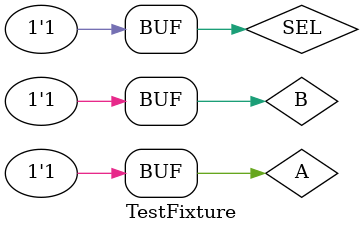
<source format=v>
module TestFixture ;

    reg A,B,SEL;
    wire F;

    MUX2 M(SEL, A, B, F);

    initial begin

        SEL = 0; A = 0; B = 0;
        #10 A = 1;
        #10 SEL = 1;
        #10 B = 1;
        
    end
    
    initial begin
       $monitor(SEL, A, B, F); 
       //        0   0  0  0
       //        0   1  0  1
       //        1   1  0  0
       //        1   1  1  1
    end

endmodule
</source>
